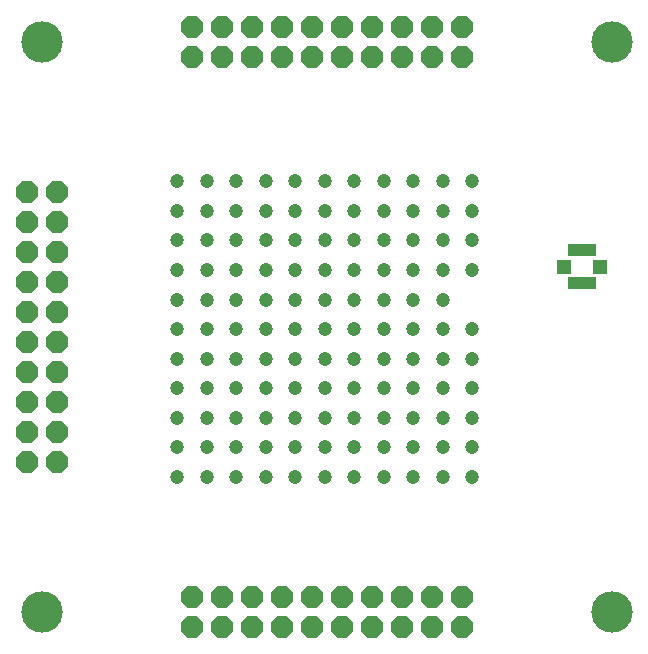
<source format=gts>
G75*
G70*
%OFA0B0*%
%FSLAX24Y24*%
%IPPOS*%
%LPD*%
%AMOC8*
5,1,8,0,0,1.08239X$1,22.5*
%
%ADD10C,0.0474*%
%ADD11OC8,0.0720*%
%ADD12C,0.1380*%
%ADD13R,0.0946X0.0415*%
%ADD14R,0.0493X0.0474*%
D10*
X006528Y006528D03*
X006528Y007512D03*
X007512Y007512D03*
X007512Y006528D03*
X008497Y006528D03*
X009481Y006528D03*
X009481Y007512D03*
X008497Y007512D03*
X008497Y008497D03*
X009481Y008497D03*
X009481Y009481D03*
X009481Y010465D03*
X009481Y011449D03*
X008497Y011449D03*
X008497Y010465D03*
X008497Y009481D03*
X007512Y009481D03*
X006528Y009481D03*
X006528Y010465D03*
X006528Y011449D03*
X007512Y011449D03*
X007512Y010465D03*
X007512Y012434D03*
X006528Y012434D03*
X006528Y013418D03*
X006528Y014402D03*
X006528Y015386D03*
X007512Y015386D03*
X007512Y014402D03*
X007512Y013418D03*
X008497Y013418D03*
X009481Y013418D03*
X009481Y014402D03*
X009481Y015386D03*
X008497Y015386D03*
X008497Y014402D03*
X008497Y016371D03*
X009481Y016371D03*
X010465Y016371D03*
X011449Y016371D03*
X012434Y016371D03*
X012434Y015386D03*
X012434Y014402D03*
X012434Y013418D03*
X011449Y013418D03*
X010465Y013418D03*
X010465Y014402D03*
X010465Y015386D03*
X011449Y015386D03*
X011449Y014402D03*
X011449Y012434D03*
X010465Y012434D03*
X010465Y011449D03*
X010465Y010465D03*
X010465Y009481D03*
X011449Y009481D03*
X011449Y010465D03*
X011449Y011449D03*
X012434Y011449D03*
X012434Y010465D03*
X012434Y009481D03*
X013418Y009481D03*
X013418Y010465D03*
X014402Y010465D03*
X014402Y009481D03*
X015386Y009481D03*
X015386Y010465D03*
X015386Y011449D03*
X015386Y012434D03*
X016371Y011449D03*
X016371Y010465D03*
X016371Y009481D03*
X016371Y008497D03*
X015386Y008497D03*
X015386Y007512D03*
X015386Y006528D03*
X016371Y006528D03*
X016371Y007512D03*
X014402Y007512D03*
X014402Y006528D03*
X013418Y006528D03*
X013418Y007512D03*
X013418Y008497D03*
X014402Y008497D03*
X012434Y008497D03*
X012434Y007512D03*
X012434Y006528D03*
X011449Y006528D03*
X010465Y006528D03*
X010465Y007512D03*
X011449Y007512D03*
X011449Y008497D03*
X010465Y008497D03*
X013418Y011449D03*
X014402Y011449D03*
X014402Y012434D03*
X013418Y012434D03*
X013418Y013418D03*
X013418Y014402D03*
X014402Y014402D03*
X014402Y013418D03*
X015386Y013418D03*
X015386Y014402D03*
X015386Y015386D03*
X015386Y016371D03*
X016371Y016371D03*
X016371Y015386D03*
X016371Y014402D03*
X016371Y013418D03*
X014402Y015386D03*
X013418Y015386D03*
X013418Y016371D03*
X014402Y016371D03*
X012434Y012434D03*
X009481Y012434D03*
X008497Y012434D03*
X007512Y016371D03*
X006528Y016371D03*
X006528Y008497D03*
X007512Y008497D03*
D11*
X002528Y008028D03*
X002528Y007028D03*
X001528Y007028D03*
X001528Y008028D03*
X001528Y009028D03*
X001528Y010028D03*
X001528Y011028D03*
X001528Y012028D03*
X001528Y013028D03*
X001528Y014028D03*
X001528Y015028D03*
X001528Y016028D03*
X002528Y016028D03*
X002528Y015028D03*
X002528Y014028D03*
X002528Y013028D03*
X002528Y012028D03*
X002528Y011028D03*
X002528Y010028D03*
X002528Y009028D03*
X007028Y002528D03*
X007028Y001528D03*
X008028Y001528D03*
X008028Y002528D03*
X009028Y002528D03*
X009028Y001528D03*
X010028Y001528D03*
X010028Y002528D03*
X011028Y002528D03*
X011028Y001528D03*
X012028Y001528D03*
X012028Y002528D03*
X013028Y002528D03*
X013028Y001528D03*
X014028Y001528D03*
X014028Y002528D03*
X015028Y002528D03*
X015028Y001528D03*
X016028Y001528D03*
X016028Y002528D03*
X016028Y020528D03*
X015028Y020528D03*
X014028Y020528D03*
X013028Y020528D03*
X012028Y020528D03*
X011028Y020528D03*
X010028Y020528D03*
X009028Y020528D03*
X008028Y020528D03*
X007028Y020528D03*
X007028Y021528D03*
X008028Y021528D03*
X009028Y021528D03*
X010028Y021528D03*
X011028Y021528D03*
X012028Y021528D03*
X013028Y021528D03*
X014028Y021528D03*
X015028Y021528D03*
X016028Y021528D03*
D12*
X002028Y002028D03*
X002028Y021028D03*
X021028Y021028D03*
X021028Y002028D03*
D13*
X020028Y012987D03*
X020028Y014069D03*
D14*
X019428Y013528D03*
X020628Y013528D03*
M02*

</source>
